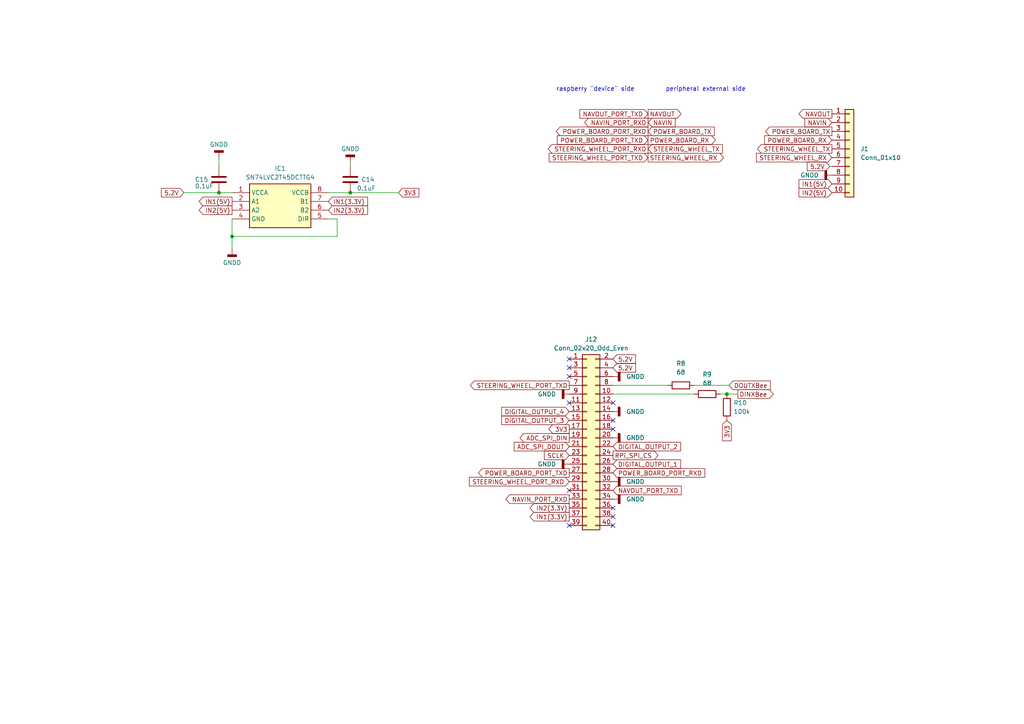
<source format=kicad_sch>
(kicad_sch (version 20230121) (generator eeschema)
  (paper "A4")
  (lib_symbols
    (symbol "Connector_Generic:Conn_01x10" (pin_names (offset 1.016) hide)
      (property "Reference" "J" (at 0 12.7 0))
      (property "Value" "Conn_01x10" (at 0 -15.24 0))
      (symbol "Conn_01x10_1_1"
        (rectangle (start -1.27 -12.573) (end 0 -12.827) (stroke (width 0.1524)))
        (rectangle (start -1.27 -10.033) (end 0 -10.287) (stroke (width 0.1524)))
        (rectangle (start -1.27 -7.493) (end 0 -7.747) (stroke (width 0.1524)))
        (rectangle (start -1.27 -4.953) (end 0 -5.207) (stroke (width 0.1524)))
        (rectangle (start -1.27 -2.413) (end 0 -2.667) (stroke (width 0.1524)))
        (rectangle (start -1.27 0.127) (end 0 -0.127) (stroke (width 0.1524)))
        (rectangle (start -1.27 2.667) (end 0 2.413) (stroke (width 0.1524)))
        (rectangle (start -1.27 5.207) (end 0 4.953) (stroke (width 0.1524)))
        (rectangle (start -1.27 7.747) (end 0 7.493) (stroke (width 0.1524)))
        (rectangle (start -1.27 10.287) (end 0 10.033) (stroke (width 0.1524)))
        (rectangle (start -1.27 11.43) (end 1.27 -13.97) (stroke (width 0.254)) (fill (type background)))
        (pin passive line (at -5.08 10.16 0) (length 3.81) (name "Pin_1") (number "1"))
        (pin passive line (at -5.08 -12.7 0) (length 3.81) (name "Pin_10") (number "10"))
        (pin passive line (at -5.08 7.62 0) (length 3.81) (name "Pin_2") (number "2"))
        (pin passive line (at -5.08 5.08 0) (length 3.81) (name "Pin_3") (number "3"))
        (pin passive line (at -5.08 2.54 0) (length 3.81) (name "Pin_4") (number "4"))
        (pin passive line (at -5.08 0 0) (length 3.81) (name "Pin_5") (number "5"))
        (pin passive line (at -5.08 -2.54 0) (length 3.81) (name "Pin_6") (number "6"))
        (pin passive line (at -5.08 -5.08 0) (length 3.81) (name "Pin_7") (number "7"))
        (pin passive line (at -5.08 -7.62 0) (length 3.81) (name "Pin_8") (number "8"))
        (pin passive line (at -5.08 -10.16 0) (length 3.81) (name "Pin_9") (number "9"))
      )
    )
    (symbol "Connector_Generic:Conn_02x20_Odd_Even" (pin_names (offset 1.016) hide)
      (property "Reference" "J" (at 1.27 25.4 0))
      (property "Value" "Conn_02x20_Odd_Even" (at 1.27 -27.94 0))
      (symbol "Conn_02x20_Odd_Even_1_1"
        (rectangle (start -1.27 -25.273) (end 0 -25.527) (stroke (width 0.1524)))
        (rectangle (start -1.27 -22.733) (end 0 -22.987) (stroke (width 0.1524)))
        (rectangle (start -1.27 -20.193) (end 0 -20.447) (stroke (width 0.1524)))
        (rectangle (start -1.27 -17.653) (end 0 -17.907) (stroke (width 0.1524)))
        (rectangle (start -1.27 -15.113) (end 0 -15.367) (stroke (width 0.1524)))
        (rectangle (start -1.27 -12.573) (end 0 -12.827) (stroke (width 0.1524)))
        (rectangle (start -1.27 -10.033) (end 0 -10.287) (stroke (width 0.1524)))
        (rectangle (start -1.27 -7.493) (end 0 -7.747) (stroke (width 0.1524)))
        (rectangle (start -1.27 -4.953) (end 0 -5.207) (stroke (width 0.1524)))
        (rectangle (start -1.27 -2.413) (end 0 -2.667) (stroke (width 0.1524)))
        (rectangle (start -1.27 0.127) (end 0 -0.127) (stroke (width 0.1524)))
        (rectangle (start -1.27 2.667) (end 0 2.413) (stroke (width 0.1524)))
        (rectangle (start -1.27 5.207) (end 0 4.953) (stroke (width 0.1524)))
        (rectangle (start -1.27 7.747) (end 0 7.493) (stroke (width 0.1524)))
        (rectangle (start -1.27 10.287) (end 0 10.033) (stroke (width 0.1524)))
        (rectangle (start -1.27 12.827) (end 0 12.573) (stroke (width 0.1524)))
        (rectangle (start -1.27 15.367) (end 0 15.113) (stroke (width 0.1524)))
        (rectangle (start -1.27 17.907) (end 0 17.653) (stroke (width 0.1524)))
        (rectangle (start -1.27 20.447) (end 0 20.193) (stroke (width 0.1524)))
        (rectangle (start -1.27 22.987) (end 0 22.733) (stroke (width 0.1524)))
        (rectangle (start -1.27 24.13) (end 3.81 -26.67) (stroke (width 0.254)) (fill (type background)))
        (rectangle (start 3.81 -25.273) (end 2.54 -25.527) (stroke (width 0.1524)))
        (rectangle (start 3.81 -22.733) (end 2.54 -22.987) (stroke (width 0.1524)))
        (rectangle (start 3.81 -20.193) (end 2.54 -20.447) (stroke (width 0.1524)))
        (rectangle (start 3.81 -17.653) (end 2.54 -17.907) (stroke (width 0.1524)))
        (rectangle (start 3.81 -15.113) (end 2.54 -15.367) (stroke (width 0.1524)))
        (rectangle (start 3.81 -12.573) (end 2.54 -12.827) (stroke (width 0.1524)))
        (rectangle (start 3.81 -10.033) (end 2.54 -10.287) (stroke (width 0.1524)))
        (rectangle (start 3.81 -7.493) (end 2.54 -7.747) (stroke (width 0.1524)))
        (rectangle (start 3.81 -4.953) (end 2.54 -5.207) (stroke (width 0.1524)))
        (rectangle (start 3.81 -2.413) (end 2.54 -2.667) (stroke (width 0.1524)))
        (rectangle (start 3.81 0.127) (end 2.54 -0.127) (stroke (width 0.1524)))
        (rectangle (start 3.81 2.667) (end 2.54 2.413) (stroke (width 0.1524)))
        (rectangle (start 3.81 5.207) (end 2.54 4.953) (stroke (width 0.1524)))
        (rectangle (start 3.81 7.747) (end 2.54 7.493) (stroke (width 0.1524)))
        (rectangle (start 3.81 10.287) (end 2.54 10.033) (stroke (width 0.1524)))
        (rectangle (start 3.81 12.827) (end 2.54 12.573) (stroke (width 0.1524)))
        (rectangle (start 3.81 15.367) (end 2.54 15.113) (stroke (width 0.1524)))
        (rectangle (start 3.81 17.907) (end 2.54 17.653) (stroke (width 0.1524)))
        (rectangle (start 3.81 20.447) (end 2.54 20.193) (stroke (width 0.1524)))
        (rectangle (start 3.81 22.987) (end 2.54 22.733) (stroke (width 0.1524)))
        (pin passive line (at -5.08 22.86 0) (length 3.81) (name "Pin_1") (number "1"))
        (pin passive line (at 7.62 12.7 180) (length 3.81) (name "Pin_10") (number "10"))
        (pin passive line (at -5.08 10.16 0) (length 3.81) (name "Pin_11") (number "11"))
        (pin passive line (at 7.62 10.16 180) (length 3.81) (name "Pin_12") (number "12"))
        (pin passive line (at -5.08 7.62 0) (length 3.81) (name "Pin_13") (number "13"))
        (pin passive line (at 7.62 7.62 180) (length 3.81) (name "Pin_14") (number "14"))
        (pin passive line (at -5.08 5.08 0) (length 3.81) (name "Pin_15") (number "15"))
        (pin passive line (at 7.62 5.08 180) (length 3.81) (name "Pin_16") (number "16"))
        (pin passive line (at -5.08 2.54 0) (length 3.81) (name "Pin_17") (number "17"))
        (pin passive line (at 7.62 2.54 180) (length 3.81) (name "Pin_18") (number "18"))
        (pin passive line (at -5.08 0 0) (length 3.81) (name "Pin_19") (number "19"))
        (pin passive line (at 7.62 22.86 180) (length 3.81) (name "Pin_2") (number "2"))
        (pin passive line (at 7.62 0 180) (length 3.81) (name "Pin_20") (number "20"))
        (pin passive line (at -5.08 -2.54 0) (length 3.81) (name "Pin_21") (number "21"))
        (pin passive line (at 7.62 -2.54 180) (length 3.81) (name "Pin_22") (number "22"))
        (pin passive line (at -5.08 -5.08 0) (length 3.81) (name "Pin_23") (number "23"))
        (pin passive line (at 7.62 -5.08 180) (length 3.81) (name "Pin_24") (number "24"))
        (pin passive line (at -5.08 -7.62 0) (length 3.81) (name "Pin_25") (number "25"))
        (pin passive line (at 7.62 -7.62 180) (length 3.81) (name "Pin_26") (number "26"))
        (pin passive line (at -5.08 -10.16 0) (length 3.81) (name "Pin_27") (number "27"))
        (pin passive line (at 7.62 -10.16 180) (length 3.81) (name "Pin_28") (number "28"))
        (pin passive line (at -5.08 -12.7 0) (length 3.81) (name "Pin_29") (number "29"))
        (pin passive line (at -5.08 20.32 0) (length 3.81) (name "Pin_3") (number "3"))
        (pin passive line (at 7.62 -12.7 180) (length 3.81) (name "Pin_30") (number "30"))
        (pin passive line (at -5.08 -15.24 0) (length 3.81) (name "Pin_31") (number "31"))
        (pin passive line (at 7.62 -15.24 180) (length 3.81) (name "Pin_32") (number "32"))
        (pin passive line (at -5.08 -17.78 0) (length 3.81) (name "Pin_33") (number "33"))
        (pin passive line (at 7.62 -17.78 180) (length 3.81) (name "Pin_34") (number "34"))
        (pin passive line (at -5.08 -20.32 0) (length 3.81) (name "Pin_35") (number "35"))
        (pin passive line (at 7.62 -20.32 180) (length 3.81) (name "Pin_36") (number "36"))
        (pin passive line (at -5.08 -22.86 0) (length 3.81) (name "Pin_37") (number "37"))
        (pin passive line (at 7.62 -22.86 180) (length 3.81) (name "Pin_38") (number "38"))
        (pin passive line (at -5.08 -25.4 0) (length 3.81) (name "Pin_39") (number "39"))
        (pin passive line (at 7.62 20.32 180) (length 3.81) (name "Pin_4") (number "4"))
        (pin passive line (at 7.62 -25.4 180) (length 3.81) (name "Pin_40") (number "40"))
        (pin passive line (at -5.08 17.78 0) (length 3.81) (name "Pin_5") (number "5"))
        (pin passive line (at 7.62 17.78 180) (length 3.81) (name "Pin_6") (number "6"))
        (pin passive line (at -5.08 15.24 0) (length 3.81) (name "Pin_7") (number "7"))
        (pin passive line (at 7.62 15.24 180) (length 3.81) (name "Pin_8") (number "8"))
        (pin passive line (at -5.08 12.7 0) (length 3.81) (name "Pin_9") (number "9"))
      )
    )
    (symbol "Device:C" (pin_numbers hide) (pin_names (offset 0.254))
      (property "Reference" "C" (at 0.635 2.54 0))
      (property "Value" "C" (at 0.635 -2.54 0))
      (symbol "C_0_1"
        (polyline (pts (xy -2.032 -0.762) (xy 2.032 -0.762)) (stroke (width 0.508)))
        (polyline (pts (xy -2.032 0.762) (xy 2.032 0.762)) (stroke (width 0.508)))
      )
      (symbol "C_1_1"
        (pin passive line (at 0 3.81 270) (length 2.794) (name "~") (number "1"))
        (pin passive line (at 0 -3.81 90) (length 2.794) (name "~") (number "2"))
      )
    )
    (symbol "Device:R" (pin_numbers hide) (pin_names (offset 0))
      (property "Reference" "R" (at 2.032 0 90))
      (property "Value" "R" (at 0 0 90))
      (symbol "R_0_1"
        (rectangle (start -1.016 -2.54) (end 1.016 2.54) (stroke (width 0.254)))
      )
      (symbol "R_1_1"
        (pin passive line (at 0 3.81 270) (length 1.27) (name "~") (number "1"))
        (pin passive line (at 0 -3.81 90) (length 1.27) (name "~") (number "2"))
      )
    )
    (symbol "Logic_LevelTranslator:SN74LVC2T45DCTTG4"
      (property "Reference" "IC" (at 24.13 7.62 0))
      (property "Value" "SN74LVC2T45DCTTG4" (at 24.13 5.08 0))
      (symbol "SN74LVC2T45DCTTG4_1_1"
        (rectangle (start 5.08 2.54) (end 22.86 -10.16) (stroke (width 0.254)) (fill (type background)))
        (pin passive line (at 0 0 0) (length 5.08) (name "VCCA") (number "1"))
        (pin passive line (at 0 -2.54 0) (length 5.08) (name "A1") (number "2"))
        (pin passive line (at 0 -5.08 0) (length 5.08) (name "A2") (number "3"))
        (pin passive line (at 0 -7.62 0) (length 5.08) (name "GND") (number "4"))
        (pin passive line (at 27.94 -7.62 180) (length 5.08) (name "DIR") (number "5"))
        (pin passive line (at 27.94 -5.08 180) (length 5.08) (name "B2") (number "6"))
        (pin passive line (at 27.94 -2.54 180) (length 5.08) (name "B1") (number "7"))
        (pin passive line (at 27.94 0 180) (length 5.08) (name "VCCB") (number "8"))
      )
    )
    (symbol "power:GNDD" (power) (pin_names (offset 0))
      (property "Value" "GNDD" (at 0 -3.175 0))
      (symbol "GNDD_0_1"
        (rectangle (start -1.27 -1.524) (end 1.27 -2.032) (stroke (width 0.254)) (fill (type outline)))
        (polyline (pts (xy 0 0) (xy 0 -1.524)))
      )
      (symbol "GNDD_1_1"
        (pin power_in line (at 0 0 270) (length 0) hide (name "GNDD") (number "1"))
      )
    )
  )
  (junction (at 101.6 55.88))
  (junction (at 63.5 55.88))
  (junction (at 67.31 68.58))
  (junction (at 210.82 114.3))
  (no_connect (at 177.8 121.92))
  (no_connect (at 165.1 116.84))
  (no_connect (at 177.8 147.32))
  (no_connect (at 177.8 124.46))
  (no_connect (at 165.1 104.14))
  (no_connect (at 165.1 152.4))
  (no_connect (at 165.1 142.24))
  (no_connect (at 177.8 116.84))
  (no_connect (at 177.8 152.4))
  (no_connect (at 165.1 106.68))
  (no_connect (at 177.8 149.86))
  (no_connect (at 165.1 109.22))
  (wire (pts (xy 67.31 68.58) (xy 67.31 72.39)))
  (wire (pts (xy 67.31 63.5) (xy 67.31 68.58)))
  (wire (pts (xy 201.295 114.3) (xy 177.8 114.3)))
  (wire (pts (xy 210.82 114.3) (xy 208.915 114.3)))
  (wire (pts (xy 213.995 114.3) (xy 210.82 114.3)))
  (wire (pts (xy 63.5 48.26) (xy 63.5 45.72)))
  (wire (pts (xy 211.455 111.76) (xy 201.295 111.76)))
  (wire (pts (xy 101.6 48.26) (xy 101.6 46.99)))
  (wire (pts (xy 53.34 55.88) (xy 63.5 55.88)))
  (wire (pts (xy 97.79 63.5) (xy 97.79 68.58)))
  (wire (pts (xy 101.6 55.88) (xy 115.57 55.88)))
  (wire (pts (xy 95.25 63.5) (xy 97.79 63.5)))
  (wire (pts (xy 193.675 111.76) (xy 177.8 111.76)))
  (wire (pts (xy 241.3 48.26) (xy 240.665 48.26)))
  (wire (pts (xy 63.5 55.88) (xy 67.31 55.88)))
  (wire (pts (xy 95.25 55.88) (xy 101.6 55.88)))
  (wire (pts (xy 97.79 68.58) (xy 67.31 68.58)))
  (text "peripheral external side" (at 193.04 26.67 0) (effects (font (size 1.27 1.27)) (justify left bottom)))
  (text "raspberry \"device\" side" (at 161.29 26.67 0) (effects (font (size 1.27 1.27)) (justify left bottom)))
  (global_label "DIGITAL_OUTPUT_4" (shape input) (at 165.1 119.38 180) (property "Intersheetrefs" "${INTERSHEET_REFS}" (effects hide)))
  (global_label "IN2(5V)" (shape output) (at 67.31 60.96 180) (property "Intersheetrefs" "${INTERSHEET_REFS}" (effects hide)))
  (global_label "NAVOUT" (shape output) (at 241.3 33.02 180) (property "Intersheetrefs" "${INTERSHEET_REFS}" (effects hide)))
  (global_label "5.2V" (shape input) (at 177.8 104.14 0) (property "Intersheetrefs" "${INTERSHEET_REFS}" (effects hide)))
  (global_label "DINXBee" (shape output) (at 213.995 114.3 0) (property "Intersheetrefs" "${INTERSHEET_REFS}" (effects hide)))
  (global_label "POWER_BOARD_RX" (shape input) (at 241.3 40.64 180) (property "Intersheetrefs" "${INTERSHEET_REFS}" (effects hide)))
  (global_label "3V3" (shape output) (at 165.1 124.46 180) (property "Intersheetrefs" "${INTERSHEET_REFS}" (effects hide)))
  (global_label "IN2(5V)" (shape input) (at 241.3 55.88 180) (property "Intersheetrefs" "${INTERSHEET_REFS}" (effects hide)))
  (global_label "DIGITAL_OUTPUT_3" (shape input) (at 165.1 121.92 180) (property "Intersheetrefs" "${INTERSHEET_REFS}" (effects hide)))
  (global_label "RPi_SPI_CS" (shape output) (at 177.8 132.08 0) (property "Intersheetrefs" "${INTERSHEET_REFS}" (effects hide)))
  (global_label "NAVIN_PORT_RXD" (shape output) (at 187.96 35.56 180) (property "Intersheetrefs" "${INTERSHEET_REFS}" (effects hide)))
  (global_label "DIGITAL_OUTPUT_1" (shape input) (at 177.8 134.62 0) (property "Intersheetrefs" "${INTERSHEET_REFS}" (effects hide)))
  (global_label "POWER_BOARD_PORT_TXD" (shape input) (at 187.96 40.64 180) (property "Intersheetrefs" "${INTERSHEET_REFS}" (effects hide)))
  (global_label "IN2(3.3V)" (shape output) (at 165.1 147.32 180) (property "Intersheetrefs" "${INTERSHEET_REFS}" (effects hide)))
  (global_label "STEERING_WHEEL_PORT_TXD" (shape input) (at 187.96 45.72 180) (property "Intersheetrefs" "${INTERSHEET_REFS}" (effects hide)))
  (global_label "STEERING_WHEEL_PORT_RXD" (shape output) (at 187.96 43.18 180) (property "Intersheetrefs" "${INTERSHEET_REFS}" (effects hide)))
  (global_label "IN1(5V)" (shape output) (at 67.31 58.42 180) (property "Intersheetrefs" "${INTERSHEET_REFS}" (effects hide)))
  (global_label "STEERING_WHEEL_TX" (shape input) (at 187.96 43.18 0) (property "Intersheetrefs" "${INTERSHEET_REFS}" (effects hide)))
  (global_label "NAVIN" (shape input) (at 241.3 35.56 180) (property "Intersheetrefs" "${INTERSHEET_REFS}" (effects hide)))
  (global_label "STEERING_WHEEL_RX" (shape output) (at 187.96 45.72 0) (property "Intersheetrefs" "${INTERSHEET_REFS}" (effects hide)))
  (global_label "NAVIN_PORT_RXD" (shape output) (at 165.1 144.78 180) (property "Intersheetrefs" "${INTERSHEET_REFS}" (effects hide)))
  (global_label "IN1(3.3V)" (shape output) (at 165.1 149.86 180) (property "Intersheetrefs" "${INTERSHEET_REFS}" (effects hide)))
  (global_label "5.2V" (shape input) (at 53.34 55.88 180) (property "Intersheetrefs" "${INTERSHEET_REFS}" (effects hide)))
  (global_label "3V3" (shape input) (at 210.82 121.92 270) (property "Intersheetrefs" "${INTERSHEET_REFS}" (effects hide)))
  (global_label "STEERING_WHEEL_TX" (shape output) (at 241.3 43.18 180) (property "Intersheetrefs" "${INTERSHEET_REFS}" (effects hide)))
  (global_label "IN2(3.3V)" (shape input) (at 95.25 60.96 0) (property "Intersheetrefs" "${INTERSHEET_REFS}" (effects hide)))
  (global_label "ADC_SPI_DOUT" (shape input) (at 165.1 129.54 180) (property "Intersheetrefs" "${INTERSHEET_REFS}" (effects hide)))
  (global_label "3V3" (shape input) (at 115.57 55.88 0) (property "Intersheetrefs" "${INTERSHEET_REFS}" (effects hide)))
  (global_label "POWER_BOARD_PORT_TXD" (shape output) (at 165.1 137.16 180) (property "Intersheetrefs" "${INTERSHEET_REFS}" (effects hide)))
  (global_label "NAVOUT" (shape output) (at 187.96 33.02 0) (property "Intersheetrefs" "${INTERSHEET_REFS}" (effects hide)))
  (global_label "STEERING_WHEEL_PORT_RXD" (shape input) (at 165.1 139.7 180) (property "Intersheetrefs" "${INTERSHEET_REFS}" (effects hide)))
  (global_label "DOUTXBee" (shape input) (at 211.455 111.76 0) (property "Intersheetrefs" "${INTERSHEET_REFS}" (effects hide)))
  (global_label "ADC_SPI_DIN" (shape output) (at 165.1 127 180) (property "Intersheetrefs" "${INTERSHEET_REFS}" (effects hide)))
  (global_label "5.2V" (shape input) (at 240.665 48.26 180) (property "Intersheetrefs" "${INTERSHEET_REFS}" (effects hide)))
  (global_label "5.2V" (shape input) (at 177.8 106.68 0) (property "Intersheetrefs" "${INTERSHEET_REFS}" (effects hide)))
  (global_label "NAVIN" (shape input) (at 187.96 35.56 0) (property "Intersheetrefs" "${INTERSHEET_REFS}" (effects hide)))
  (global_label "SCLK" (shape input) (at 165.1 132.08 180) (property "Intersheetrefs" "${INTERSHEET_REFS}" (effects hide)))
  (global_label "POWER_BOARD_PORT_RXD" (shape input) (at 177.8 137.16 0) (property "Intersheetrefs" "${INTERSHEET_REFS}" (effects hide)))
  (global_label "IN1(3.3V)" (shape input) (at 95.25 58.42 0) (property "Intersheetrefs" "${INTERSHEET_REFS}" (effects hide)))
  (global_label "DIGITAL_OUTPUT_2" (shape input) (at 177.8 129.54 0) (property "Intersheetrefs" "${INTERSHEET_REFS}" (effects hide)))
  (global_label "STEERING_WHEEL_PORT_TXD" (shape output) (at 165.1 111.76 180) (property "Intersheetrefs" "${INTERSHEET_REFS}" (effects hide)))
  (global_label "POWER_BOARD_TX" (shape input) (at 187.96 38.1 0) (property "Intersheetrefs" "${INTERSHEET_REFS}" (effects hide)))
  (global_label "POWER_BOARD_PORT_RXD" (shape output) (at 187.96 38.1 180) (property "Intersheetrefs" "${INTERSHEET_REFS}" (effects hide)))
  (global_label "NAVOUT_PORT_TXD" (shape input) (at 187.96 33.02 180) (property "Intersheetrefs" "${INTERSHEET_REFS}" (effects hide)))
  (global_label "STEERING_WHEEL_RX" (shape input) (at 241.3 45.72 180) (property "Intersheetrefs" "${INTERSHEET_REFS}" (effects hide)))
  (global_label "POWER_BOARD_RX" (shape output) (at 187.96 40.64 0) (property "Intersheetrefs" "${INTERSHEET_REFS}" (effects hide)))
  (global_label "IN1(5V)" (shape input) (at 241.3 53.34 180) (property "Intersheetrefs" "${INTERSHEET_REFS}" (effects hide)))
  (global_label "NAVOUT_PORT_TXD" (shape input) (at 177.8 142.24 0) (property "Intersheetrefs" "${INTERSHEET_REFS}" (effects hide)))
  (global_label "POWER_BOARD_TX" (shape output) (at 241.3 38.1 180) (property "Intersheetrefs" "${INTERSHEET_REFS}" (effects hide)))
  (symbol (lib_id "power:GNDD") (at 241.3 50.8 270) (unit 1)
    (property "Reference" "#PWR015" (effects hide))
    (property "Value" "GNDD" (at 237.49 50.8 90) (effects (justify right)))
  )
  (symbol (lib_id "Connector_Generic:Conn_01x10") (at 246.38 43.18 0) (unit 1)
    (property "Reference" "J1" (at 249.555 43.18 0) (effects (justify left)))
    (property "Value" "Conn_01x10" (at 249.555 45.72 0) (effects (justify left)))
    (property "Footprint" "21xt_footprints:908160010" (effects hide))
  )
  (symbol (lib_id "Logic_LevelTranslator:SN74LVC2T45DCTTG4") (at 67.31 55.88 0) (unit 1)
    (property "Reference" "IC1" (at 81.28 48.895 0))
    (property "Value" "SN74LVC2T45DCTTG4" (at 81.28 51.435 0))
    (property "Footprint" "Package_SO:VSSOP-8_2.4x2.1mm_P0.5mm" (effects hide))
    (property "Datasheet" "https://www.ti.com/lit/gpn/sn74lvc2t45" (effects hide))
    (property "Height" "1.3" (effects hide))
    (property "Mouser Part Number" "595-N74LVC2T45DCTTG4" (effects hide))
    (property "Mouser Price/Stock" "https://www.mouser.co.uk/ProductDetail/Texas-Instruments/SN74LVC2T45DCTTG4?qs=XGzIaZb%2FFYLbZIU5ydXfng%3D%3D" (effects hide))
    (property "Manufacturer_Name" "Texas Instruments" (effects hide))
    (property "Manufacturer_Part_Number" "SN74LVC2T45DCTTG4" (effects hide))
  )
  (symbol (lib_id "power:GNDD") (at 177.8 109.22 90) (unit 1)
    (property "Reference" "#PWR056" (effects hide))
    (property "Value" "GNDD" (at 181.61 109.22 90) (effects (justify right)))
  )
  (symbol (lib_id "power:GNDD") (at 67.31 72.39 0) (unit 1)
    (property "Reference" "#PWR013" (effects hide))
    (property "Value" "GNDD" (at 67.31 76.2 0))
  )
  (symbol (lib_id "power:GNDD") (at 165.1 114.3 270) (unit 1)
    (property "Reference" "#PWR057" (effects hide))
    (property "Value" "GNDD" (at 161.29 114.3 90) (effects (justify right)))
  )
  (symbol (lib_id "Connector_Generic:Conn_02x20_Odd_Even") (at 170.18 127 0) (unit 1)
    (property "Reference" "J12" (at 171.45 98.425 0))
    (property "Value" "Conn_02x20_Odd_Even" (at 171.45 100.965 0))
    (property "Footprint" "Connector_PinHeader_2.54mm:PinHeader_2x20_P2.54mm_Vertical" (effects hide))
    (instances (project "mainbox1.0" (path "" (reference "J12") (unit 1))) (project "mainbox2.0" (path "" (reference "J10") (unit 1))))
  )
  (symbol (lib_id "power:GNDD") (at 177.8 139.7 90) (unit 1)
    (property "Reference" "#PWR058" (effects hide))
    (property "Value" "GNDD" (at 181.61 139.7 90) (effects (justify right)))
  )
  (symbol (lib_id "power:GNDD") (at 177.8 127 90) (unit 1)
    (property "Reference" "#PWR040" (effects hide))
    (property "Value" "GNDD" (at 181.61 127 90) (effects (justify right)))
  )
  (symbol (lib_id "power:GNDD") (at 63.5 45.72 180) (unit 1)
    (property "Reference" "#PWR02" (effects hide))
    (property "Value" "GNDD" (at 63.5 41.91 0))
  )
  (symbol (lib_id "Device:R") (at 205.105 114.3 270) (unit 1)
    (property "Reference" "R9" (at 205.105 108.585 90))
    (property "Value" "68" (at 205.105 111.125 90))
    (property "Footprint" "Resistor_SMD:R_0402_1005Metric" (effects hide))
    (instances (project "mainbox1.0" (path "" (reference "R9") (unit 1))) (project "mainbox2.0" (path "" (reference "R6") (unit 1))) (project "Mainboard_priv" (path "" (reference "R4") (unit 1))))
  )
  (symbol (lib_id "power:GNDD") (at 101.6 46.99 180) (unit 1)
    (property "Reference" "#PWR03" (effects hide))
    (property "Value" "GNDD" (at 101.6 43.18 0))
  )
  (symbol (lib_id "power:GNDD") (at 177.8 144.78 90) (unit 1)
    (property "Reference" "#PWR060" (effects hide))
    (property "Value" "GNDD" (at 181.61 144.78 90) (effects (justify right)))
  )
  (symbol (lib_id "Device:C") (at 101.6 52.07 0) (unit 1)
    (property "Reference" "C14" (at 104.775 52.07 0) (effects (justify left)))
    (property "Value" "0.1uF" (at 103.505 54.61 0) (effects (justify left)))
    (property "Footprint" "Capacitor_SMD:C_0402_1005Metric" (effects hide))
  )
  (symbol (lib_id "Device:C") (at 63.5 52.07 0) (unit 1)
    (property "Reference" "C15" (at 56.515 52.07 0) (effects (justify left)))
    (property "Value" "0.1uF" (at 56.515 53.975 0) (effects (justify left)))
    (property "Footprint" "Capacitor_SMD:C_0402_1005Metric" (effects hide))
  )
  (symbol (lib_id "power:GNDD") (at 165.1 134.62 270) (unit 1)
    (property "Reference" "#PWR061" (effects hide))
    (property "Value" "GNDD" (at 161.29 134.62 90) (effects (justify right)))
  )
  (symbol (lib_id "Device:R") (at 197.485 111.76 90) (unit 1)
    (property "Reference" "R8" (at 197.485 105.41 90))
    (property "Value" "68" (at 197.485 107.95 90))
    (property "Footprint" "Resistor_SMD:R_0402_1005Metric" (effects hide))
    (instances (project "mainbox1.0" (path "" (reference "R8") (unit 1))) (project "mainbox2.0" (path "" (reference "R5") (unit 1))) (project "Mainboard_priv" (path "" (reference "R1") (unit 1))))
  )
  (symbol (lib_id "Device:R") (at 210.82 118.11 0) (unit 1)
    (property "Reference" "R10" (at 212.725 116.84 0) (effects (justify left)))
    (property "Value" "100k" (at 212.725 119.38 0) (effects (justify left)))
    (property "Footprint" "Resistor_SMD:R_0402_1005Metric" (effects hide))
    (instances (project "mainbox1.0" (path "" (reference "R10") (unit 1))) (project "mainbox2.0" (path "" (reference "R7") (unit 1))) (project "Mainboard_priv" (path "" (reference "R3") (unit 1))))
  )
  (symbol (lib_id "power:GNDD") (at 177.8 119.38 90) (unit 1)
    (property "Reference" "#PWR037" (effects hide))
    (property "Value" "GNDD" (at 181.61 119.38 90) (effects (justify right)))
  )
)
</source>
